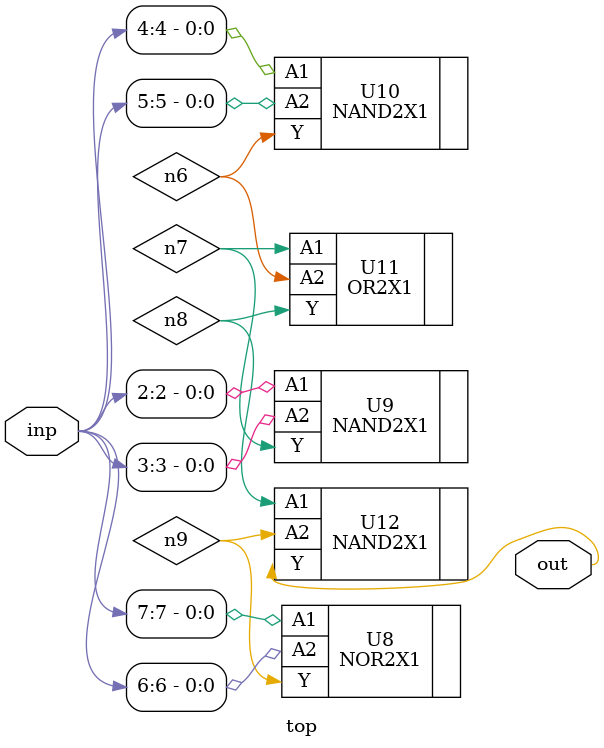
<source format=sv>


module top ( inp, out );
  input [7:0] inp;
  output out;
  wire   n6, n7, n8, n9;

  NOR2X1 U8 ( .A1(inp[7]), .A2(inp[6]), .Y(n9) );
  NAND2X1 U9 ( .A1(inp[2]), .A2(inp[3]), .Y(n7) );
  NAND2X1 U10 ( .A1(inp[4]), .A2(inp[5]), .Y(n6) );
  OR2X1 U11 ( .A1(n7), .A2(n6), .Y(n8) );
  NAND2X1 U12 ( .A1(n8), .A2(n9), .Y(out) );
endmodule


</source>
